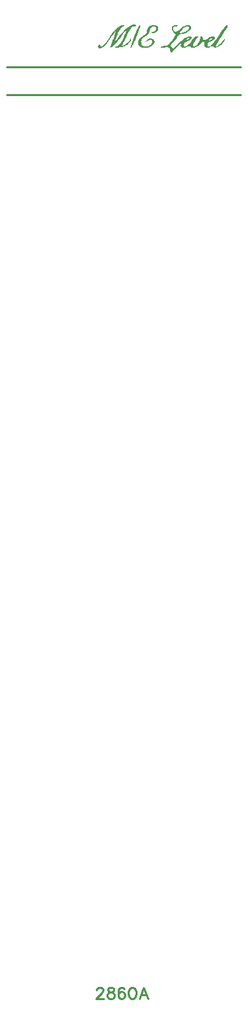
<source format=gto>
G04 Layer: TopSilkscreenLayer*
G04 EasyEDA v6.5.29, 2023-07-16 15:11:24*
G04 63e7fe2a966c4c1a99b2cd883c34ad4b,5a6b42c53f6a479593ecc07194224c93,10*
G04 Gerber Generator version 0.2*
G04 Scale: 100 percent, Rotated: No, Reflected: No *
G04 Dimensions in millimeters *
G04 leading zeros omitted , absolute positions ,4 integer and 5 decimal *
%FSLAX45Y45*%
%MOMM*%

%ADD10C,0.2540*%

%LPD*%
G36*
X1632915Y12718745D02*
G01*
X1627530Y12718542D01*
X1621586Y12717830D01*
X1615084Y12716611D01*
X1607921Y12714884D01*
X1595780Y12711277D01*
X1587042Y12708026D01*
X1578305Y12704114D01*
X1569618Y12699593D01*
X1560830Y12694412D01*
X1552041Y12688519D01*
X1543100Y12681915D01*
X1534058Y12674600D01*
X1524914Y12666472D01*
X1515516Y12657582D01*
X1505966Y12647879D01*
X1496161Y12637312D01*
X1486103Y12625882D01*
X1475740Y12613589D01*
X1465072Y12600330D01*
X1419402Y12540335D01*
X1403299Y12519660D01*
X1397406Y12512598D01*
X1392834Y12507671D01*
X1389583Y12504877D01*
X1388414Y12504216D01*
X1387551Y12504115D01*
X1386992Y12504572D01*
X1386687Y12505486D01*
X1386890Y12508890D01*
X1388160Y12514326D01*
X1393393Y12531140D01*
X1408023Y12572644D01*
X1414780Y12590475D01*
X1421485Y12606883D01*
X1428242Y12621818D01*
X1434947Y12635331D01*
X1441704Y12647472D01*
X1448511Y12658344D01*
X1455369Y12667843D01*
X1458823Y12672161D01*
X1465834Y12679781D01*
X1469390Y12683185D01*
X1476654Y12689027D01*
X1484020Y12693751D01*
X1492961Y12698323D01*
X1496872Y12700762D01*
X1499717Y12702946D01*
X1501394Y12704927D01*
X1502105Y12706654D01*
X1501800Y12708128D01*
X1500632Y12709296D01*
X1498549Y12710160D01*
X1495704Y12710718D01*
X1492097Y12710922D01*
X1487779Y12710769D01*
X1482852Y12710261D01*
X1477365Y12709398D01*
X1471320Y12708128D01*
X1464818Y12706400D01*
X1454505Y12703098D01*
X1447546Y12700203D01*
X1440535Y12696748D01*
X1433474Y12692634D01*
X1426311Y12687909D01*
X1418996Y12682524D01*
X1411528Y12676479D01*
X1403959Y12669774D01*
X1396187Y12662306D01*
X1388262Y12654178D01*
X1380083Y12645288D01*
X1371752Y12635636D01*
X1363167Y12625273D01*
X1345234Y12602108D01*
X1335887Y12589306D01*
X1316228Y12561163D01*
X1297940Y12534392D01*
X1280160Y12509449D01*
X1263243Y12486944D01*
X1248511Y12468504D01*
X1242364Y12461341D01*
X1237284Y12455804D01*
X1211224Y12431420D01*
X1202537Y12447016D01*
X1199438Y12451791D01*
X1195933Y12455652D01*
X1192276Y12458598D01*
X1188466Y12460681D01*
X1184656Y12461849D01*
X1180947Y12462103D01*
X1177544Y12461494D01*
X1174445Y12459970D01*
X1171854Y12457633D01*
X1169873Y12454382D01*
X1168552Y12450267D01*
X1168095Y12445339D01*
X1168552Y12437364D01*
X1169111Y12433808D01*
X1170889Y12427712D01*
X1172057Y12425070D01*
X1173429Y12422784D01*
X1175004Y12420752D01*
X1176731Y12419025D01*
X1178661Y12417602D01*
X1183030Y12415570D01*
X1188008Y12414656D01*
X1193596Y12414808D01*
X1199692Y12416028D01*
X1202944Y12416993D01*
X1209802Y12419736D01*
X1217015Y12423444D01*
X1224635Y12428067D01*
X1232560Y12433604D01*
X1240739Y12440005D01*
X1249172Y12447270D01*
X1257757Y12455398D01*
X1266444Y12464288D01*
X1275232Y12473940D01*
X1284020Y12484303D01*
X1292809Y12495428D01*
X1301546Y12507214D01*
X1310132Y12519609D01*
X1318514Y12532614D01*
X1333601Y12556896D01*
X1349756Y12580924D01*
X1357884Y12592456D01*
X1365758Y12603175D01*
X1373124Y12612776D01*
X1379778Y12620904D01*
X1388008Y12630150D01*
X1396390Y12638989D01*
X1401267Y12643612D01*
X1402283Y12644170D01*
X1402181Y12643459D01*
X1399844Y12639598D01*
X1397152Y12633960D01*
X1393647Y12625781D01*
X1385112Y12603327D01*
X1375257Y12575133D01*
X1365148Y12544094D01*
X1354683Y12512954D01*
X1344574Y12484608D01*
X1336040Y12462510D01*
X1332687Y12454788D01*
X1326235Y12441123D01*
X1323898Y12435230D01*
X1322425Y12430455D01*
X1321714Y12426696D01*
X1321816Y12424003D01*
X1322679Y12422225D01*
X1324254Y12421463D01*
X1326489Y12421666D01*
X1329436Y12422784D01*
X1333042Y12424816D01*
X1337259Y12427712D01*
X1342034Y12431420D01*
X1353362Y12441428D01*
X1366774Y12454534D01*
X1382064Y12470587D01*
X1399032Y12489434D01*
X1417472Y12510871D01*
X1437182Y12534696D01*
X1457909Y12560706D01*
X1498447Y12613233D01*
X1519224Y12638989D01*
X1524152Y12644526D01*
X1528114Y12648590D01*
X1531061Y12651181D01*
X1532178Y12651892D01*
X1533093Y12652197D01*
X1533753Y12652146D01*
X1534160Y12651689D01*
X1534363Y12650876D01*
X1534058Y12648082D01*
X1532839Y12643764D01*
X1527708Y12630404D01*
X1519123Y12610846D01*
X1507185Y12584988D01*
X1490980Y12551105D01*
X1482242Y12533934D01*
X1473809Y12518136D01*
X1465630Y12503759D01*
X1457706Y12490805D01*
X1450035Y12479172D01*
X1442618Y12468961D01*
X1435455Y12460122D01*
X1428496Y12452654D01*
X1421841Y12446558D01*
X1415389Y12441834D01*
X1409192Y12438481D01*
X1406144Y12437313D01*
X1403197Y12436449D01*
X1400302Y12435941D01*
X1391208Y12435128D01*
X1386078Y12433300D01*
X1382623Y12430556D01*
X1381353Y12427254D01*
X1381810Y12425730D01*
X1383131Y12424410D01*
X1385265Y12423394D01*
X1388160Y12422581D01*
X1391716Y12422073D01*
X1395933Y12421768D01*
X1406042Y12421870D01*
X1417980Y12422784D01*
X1431290Y12424460D01*
X1445463Y12426848D01*
X1460042Y12429845D01*
X1474520Y12433401D01*
X1488541Y12437465D01*
X1501495Y12441936D01*
X1512976Y12446762D01*
X1517904Y12449251D01*
X1522933Y12452197D01*
X1533093Y12459208D01*
X1543304Y12467386D01*
X1553260Y12476480D01*
X1562658Y12486132D01*
X1571193Y12495987D01*
X1578711Y12505690D01*
X1581962Y12510414D01*
X1587296Y12519355D01*
X1589278Y12523470D01*
X1590852Y12527330D01*
X1591868Y12530886D01*
X1592376Y12534036D01*
X1592275Y12536830D01*
X1591564Y12539167D01*
X1590192Y12540996D01*
X1587195Y12542621D01*
X1584096Y12542215D01*
X1581302Y12539980D01*
X1579168Y12536017D01*
X1577340Y12531699D01*
X1574850Y12526975D01*
X1571650Y12521895D01*
X1567942Y12516561D01*
X1559052Y12505232D01*
X1548739Y12493752D01*
X1537614Y12482626D01*
X1531924Y12477394D01*
X1520647Y12468047D01*
X1515211Y12464034D01*
X1510030Y12460630D01*
X1505102Y12457836D01*
X1496364Y12453467D01*
X1488643Y12450013D01*
X1482039Y12447524D01*
X1476552Y12445898D01*
X1472184Y12445238D01*
X1469034Y12445390D01*
X1467104Y12446508D01*
X1466392Y12448438D01*
X1467002Y12451232D01*
X1468983Y12454940D01*
X1472234Y12459462D01*
X1479042Y12467285D01*
X1484122Y12474346D01*
X1490218Y12483947D01*
X1497126Y12495682D01*
X1504543Y12509144D01*
X1512316Y12523927D01*
X1520190Y12539624D01*
X1527962Y12555778D01*
X1546656Y12595961D01*
X1555496Y12614300D01*
X1563624Y12630251D01*
X1571142Y12644120D01*
X1578102Y12655956D01*
X1584655Y12665913D01*
X1590903Y12674142D01*
X1596948Y12680746D01*
X1599946Y12683540D01*
X1605940Y12688011D01*
X1608886Y12689789D01*
X1614982Y12692481D01*
X1618132Y12693446D01*
X1621332Y12694158D01*
X1627987Y12694920D01*
X1631442Y12694970D01*
X1642770Y12695732D01*
X1650441Y12697866D01*
X1654403Y12701371D01*
X1654556Y12706146D01*
X1653082Y12709499D01*
X1651101Y12712293D01*
X1648612Y12714579D01*
X1645513Y12716357D01*
X1641856Y12717678D01*
X1637690Y12718440D01*
G37*
G36*
X1705660Y12717119D02*
G01*
X1704543Y12716865D01*
X1703273Y12716205D01*
X1700377Y12713716D01*
X1697024Y12709753D01*
X1693214Y12704216D01*
X1688998Y12697256D01*
X1684375Y12688824D01*
X1679346Y12679019D01*
X1668119Y12655245D01*
X1655622Y12626238D01*
X1641856Y12592151D01*
X1578305Y12425883D01*
X1578203Y12422784D01*
X1580134Y12420244D01*
X1583740Y12418517D01*
X1588719Y12417907D01*
X1589532Y12418212D01*
X1591716Y12420396D01*
X1594662Y12424664D01*
X1598320Y12430760D01*
X1607362Y12447981D01*
X1618335Y12470739D01*
X1630680Y12497612D01*
X1643786Y12527381D01*
X1657146Y12558623D01*
X1670100Y12589967D01*
X1682191Y12620193D01*
X1692757Y12647879D01*
X1701292Y12671755D01*
X1704644Y12681813D01*
X1707235Y12690398D01*
X1709013Y12697358D01*
X1709928Y12702540D01*
X1710080Y12704419D01*
X1709775Y12710058D01*
X1708962Y12714071D01*
X1707591Y12716408D01*
X1706676Y12716967D01*
G37*
G36*
X1877364Y12713563D02*
G01*
X1867560Y12712700D01*
X1857654Y12710718D01*
X1852726Y12709296D01*
X1847850Y12707569D01*
X1843024Y12705537D01*
X1838248Y12703200D01*
X1833524Y12700558D01*
X1828952Y12697561D01*
X1824482Y12694310D01*
X1820164Y12690703D01*
X1815998Y12686741D01*
X1810207Y12680492D01*
X1805025Y12674041D01*
X1800606Y12667437D01*
X1796846Y12660833D01*
X1793900Y12654280D01*
X1791716Y12647777D01*
X1790395Y12641427D01*
X1789887Y12635331D01*
X1789531Y12624155D01*
X1789023Y12619278D01*
X1788210Y12614808D01*
X1787093Y12610744D01*
X1785569Y12606883D01*
X1783537Y12603226D01*
X1781048Y12599720D01*
X1778000Y12596266D01*
X1774291Y12592761D01*
X1769872Y12589205D01*
X1764741Y12585446D01*
X1758848Y12581483D01*
X1729739Y12563906D01*
X1724050Y12560147D01*
X1718665Y12556236D01*
X1713636Y12552273D01*
X1708962Y12548209D01*
X1704593Y12544044D01*
X1700530Y12539776D01*
X1693468Y12531090D01*
X1690420Y12526670D01*
X1687728Y12522149D01*
X1685391Y12517678D01*
X1683359Y12513106D01*
X1681683Y12508534D01*
X1680311Y12503962D01*
X1679346Y12499390D01*
X1678686Y12494818D01*
X1678381Y12490246D01*
X1678432Y12485674D01*
X1678838Y12481153D01*
X1679600Y12476683D01*
X1680718Y12472263D01*
X1682140Y12467844D01*
X1683969Y12463526D01*
X1686153Y12459309D01*
X1688693Y12455093D01*
X1691589Y12451029D01*
X1694840Y12447066D01*
X1698447Y12443155D01*
X1702409Y12439396D01*
X1706778Y12435738D01*
X1711502Y12432233D01*
X1715617Y12429540D01*
X1719935Y12427153D01*
X1729130Y12423292D01*
X1733956Y12421819D01*
X1738934Y12420600D01*
X1744065Y12419634D01*
X1754581Y12418517D01*
X1760016Y12418314D01*
X1770989Y12418669D01*
X1782165Y12419888D01*
X1793392Y12421971D01*
X1804517Y12424816D01*
X1815490Y12428372D01*
X1826158Y12432639D01*
X1836369Y12437465D01*
X1846072Y12442799D01*
X1855114Y12448692D01*
X1859381Y12451740D01*
X1867204Y12458242D01*
X1870811Y12461595D01*
X1877161Y12468555D01*
X1879955Y12472111D01*
X1882444Y12475718D01*
X1884629Y12479375D01*
X1886508Y12483084D01*
X1888032Y12486843D01*
X1889201Y12490602D01*
X1890014Y12494361D01*
X1890471Y12498120D01*
X1890471Y12501930D01*
X1890115Y12505690D01*
X1889302Y12509449D01*
X1888032Y12513208D01*
X1886356Y12516916D01*
X1884222Y12520625D01*
X1880768Y12525146D01*
X1876806Y12529108D01*
X1872335Y12532461D01*
X1867458Y12535306D01*
X1862226Y12537592D01*
X1856689Y12539268D01*
X1850847Y12540437D01*
X1844802Y12540996D01*
X1838655Y12540996D01*
X1832356Y12540386D01*
X1826056Y12539218D01*
X1819757Y12537440D01*
X1813509Y12535103D01*
X1807362Y12532207D01*
X1801469Y12528702D01*
X1795780Y12524587D01*
X1788769Y12518847D01*
X1783283Y12513818D01*
X1779270Y12509652D01*
X1776730Y12506248D01*
X1775561Y12503759D01*
X1775815Y12502134D01*
X1777441Y12501422D01*
X1780387Y12501676D01*
X1784705Y12502946D01*
X1790242Y12505232D01*
X1797050Y12508585D01*
X1810766Y12516053D01*
X1816201Y12518593D01*
X1821332Y12520523D01*
X1826260Y12521996D01*
X1830832Y12522962D01*
X1835150Y12523470D01*
X1839163Y12523520D01*
X1842871Y12523114D01*
X1846275Y12522352D01*
X1849323Y12521184D01*
X1852015Y12519660D01*
X1854352Y12517780D01*
X1856333Y12515596D01*
X1857908Y12513106D01*
X1859127Y12510312D01*
X1859889Y12507315D01*
X1860296Y12504064D01*
X1860245Y12500610D01*
X1859737Y12496952D01*
X1858822Y12493091D01*
X1857400Y12489129D01*
X1855520Y12485014D01*
X1853184Y12480798D01*
X1850339Y12476530D01*
X1846986Y12472162D01*
X1843125Y12467793D01*
X1838706Y12463322D01*
X1833778Y12458954D01*
X1828901Y12454991D01*
X1823974Y12451486D01*
X1818995Y12448286D01*
X1813966Y12445492D01*
X1808988Y12443104D01*
X1803958Y12441021D01*
X1798980Y12439294D01*
X1794002Y12437922D01*
X1789074Y12436906D01*
X1784197Y12436246D01*
X1779422Y12435890D01*
X1774698Y12435890D01*
X1770075Y12436195D01*
X1765604Y12436856D01*
X1761185Y12437821D01*
X1756968Y12439091D01*
X1752854Y12440666D01*
X1748942Y12442545D01*
X1745183Y12444730D01*
X1741627Y12447168D01*
X1738274Y12449962D01*
X1735175Y12453010D01*
X1732280Y12456363D01*
X1729638Y12459970D01*
X1727250Y12463830D01*
X1725117Y12467996D01*
X1723288Y12472416D01*
X1721764Y12477038D01*
X1720545Y12481966D01*
X1719681Y12487148D01*
X1719122Y12492583D01*
X1719072Y12503505D01*
X1719325Y12508484D01*
X1719834Y12513157D01*
X1721662Y12521844D01*
X1723034Y12525908D01*
X1724710Y12529820D01*
X1726793Y12533579D01*
X1729181Y12537236D01*
X1732025Y12540894D01*
X1735328Y12544450D01*
X1739087Y12548057D01*
X1743303Y12551664D01*
X1753311Y12559080D01*
X1765655Y12567056D01*
X1780438Y12575743D01*
X1788820Y12580416D01*
X1794967Y12584226D01*
X1800606Y12588443D01*
X1805686Y12593116D01*
X1810156Y12598146D01*
X1814017Y12603480D01*
X1817166Y12609068D01*
X1819605Y12614808D01*
X1821180Y12620650D01*
X1825243Y12637871D01*
X1827530Y12645491D01*
X1829917Y12652502D01*
X1832559Y12658852D01*
X1835353Y12664643D01*
X1838350Y12669824D01*
X1841601Y12674447D01*
X1845056Y12678562D01*
X1848764Y12682118D01*
X1852726Y12685166D01*
X1856993Y12687706D01*
X1861515Y12689789D01*
X1866341Y12691414D01*
X1871522Y12692583D01*
X1877009Y12693345D01*
X1882851Y12693599D01*
X1888134Y12693243D01*
X1892909Y12692380D01*
X1897125Y12690957D01*
X1900834Y12689078D01*
X1904034Y12686741D01*
X1906676Y12684048D01*
X1908860Y12681051D01*
X1910486Y12677749D01*
X1911604Y12674193D01*
X1912213Y12670485D01*
X1912264Y12666675D01*
X1911857Y12662712D01*
X1910943Y12658750D01*
X1909521Y12654737D01*
X1907539Y12650825D01*
X1905101Y12647015D01*
X1902206Y12643358D01*
X1898751Y12639852D01*
X1894839Y12636652D01*
X1890369Y12633706D01*
X1885492Y12631115D01*
X1880057Y12628880D01*
X1866747Y12624612D01*
X1860600Y12621463D01*
X1855927Y12617907D01*
X1852930Y12614351D01*
X1851761Y12610998D01*
X1852675Y12608204D01*
X1855825Y12606324D01*
X1861413Y12605613D01*
X1866747Y12605918D01*
X1872437Y12606832D01*
X1878279Y12608306D01*
X1884222Y12610287D01*
X1890268Y12612674D01*
X1896211Y12615468D01*
X1902104Y12618618D01*
X1907793Y12622072D01*
X1913229Y12625781D01*
X1918309Y12629692D01*
X1922983Y12633756D01*
X1927148Y12637922D01*
X1930755Y12642138D01*
X1933702Y12646304D01*
X1935937Y12650470D01*
X1937359Y12654534D01*
X1938324Y12659309D01*
X1938883Y12663932D01*
X1938985Y12668402D01*
X1938629Y12672669D01*
X1937918Y12676733D01*
X1936851Y12680645D01*
X1935378Y12684353D01*
X1933549Y12687858D01*
X1931416Y12691160D01*
X1928977Y12694259D01*
X1926285Y12697155D01*
X1923237Y12699796D01*
X1919986Y12702235D01*
X1916531Y12704470D01*
X1908860Y12708229D01*
X1904796Y12709753D01*
X1900529Y12711023D01*
X1896110Y12712039D01*
X1886915Y12713360D01*
G37*
G36*
X2169668Y12712750D02*
G01*
X2162606Y12712496D01*
X2155190Y12711633D01*
X2147773Y12710160D01*
X2140610Y12708128D01*
X2134057Y12705537D01*
X2128367Y12702438D01*
X2123846Y12698831D01*
X2120188Y12694767D01*
X2117090Y12690652D01*
X2114651Y12686385D01*
X2112772Y12682067D01*
X2111451Y12677597D01*
X2110790Y12673076D01*
X2110689Y12668402D01*
X2111197Y12663678D01*
X2112264Y12658801D01*
X2113940Y12653873D01*
X2116226Y12648793D01*
X2119122Y12643662D01*
X2122576Y12638430D01*
X2126640Y12633096D01*
X2131263Y12627660D01*
X2146730Y12611862D01*
X2214473Y12611862D01*
X2224278Y12630404D01*
X2227326Y12635636D01*
X2230729Y12640767D01*
X2234488Y12645745D01*
X2238552Y12650622D01*
X2247493Y12659766D01*
X2252218Y12664033D01*
X2262225Y12671907D01*
X2272538Y12678765D01*
X2277719Y12681762D01*
X2288032Y12686842D01*
X2293010Y12688925D01*
X2302611Y12691973D01*
X2307082Y12692888D01*
X2311298Y12693446D01*
X2315260Y12693599D01*
X2318867Y12693294D01*
X2322118Y12692532D01*
X2324963Y12691364D01*
X2327402Y12689636D01*
X2329383Y12687452D01*
X2330805Y12684760D01*
X2331669Y12681508D01*
X2331974Y12677749D01*
X2331669Y12674295D01*
X2330704Y12670790D01*
X2329180Y12667132D01*
X2327046Y12663474D01*
X2324404Y12659766D01*
X2321306Y12656007D01*
X2317750Y12652298D01*
X2313736Y12648641D01*
X2309368Y12645034D01*
X2304694Y12641529D01*
X2299665Y12638125D01*
X2288895Y12631826D01*
X2283155Y12628930D01*
X2271268Y12623850D01*
X2265172Y12621717D01*
X2258974Y12619837D01*
X2252827Y12618313D01*
X2214473Y12611862D01*
X2146730Y12611862D01*
X2163165Y12595301D01*
X2118918Y12526721D01*
X2108403Y12510770D01*
X2099056Y12497257D01*
X2090623Y12485979D01*
X2082850Y12476683D01*
X2079091Y12472670D01*
X2075383Y12469114D01*
X2067966Y12463018D01*
X2064207Y12460478D01*
X2060346Y12458242D01*
X2052218Y12454483D01*
X2043277Y12451588D01*
X2038400Y12450318D01*
X2027783Y12448184D01*
X2007107Y12444831D01*
X1999030Y12443053D01*
X1991563Y12441021D01*
X1984908Y12438735D01*
X1979218Y12436348D01*
X1974697Y12433909D01*
X1971548Y12431471D01*
X1969922Y12429083D01*
X1969465Y12425934D01*
X1970227Y12423343D01*
X1972157Y12421260D01*
X1975154Y12419685D01*
X1979117Y12418720D01*
X1983943Y12418212D01*
X1989582Y12418314D01*
X1995881Y12418974D01*
X2002789Y12420142D01*
X2010156Y12421920D01*
X2017979Y12424206D01*
X2032406Y12429134D01*
X2038654Y12430353D01*
X2044750Y12430810D01*
X2050694Y12430556D01*
X2056434Y12429642D01*
X2061870Y12428016D01*
X2067001Y12425781D01*
X2071827Y12422936D01*
X2076196Y12419482D01*
X2080158Y12415520D01*
X2083612Y12411049D01*
X2086559Y12406071D01*
X2088896Y12400635D01*
X2090674Y12394793D01*
X2091740Y12388545D01*
X2092096Y12381941D01*
X2092401Y12367209D01*
X2092706Y12364567D01*
X2093214Y12362434D01*
X2093874Y12360757D01*
X2094738Y12359538D01*
X2095855Y12358878D01*
X2097328Y12358776D01*
X2099056Y12359233D01*
X2101189Y12360249D01*
X2103678Y12361824D01*
X2109978Y12366904D01*
X2118207Y12374575D01*
X2141575Y12398349D01*
X2231694Y12492837D01*
X2227580Y12464542D01*
X2226919Y12458344D01*
X2226818Y12452654D01*
X2227275Y12447371D01*
X2228291Y12442596D01*
X2229815Y12438278D01*
X2231847Y12434468D01*
X2234438Y12431166D01*
X2237486Y12428321D01*
X2240991Y12425984D01*
X2245004Y12424156D01*
X2249474Y12422835D01*
X2254402Y12422022D01*
X2259787Y12421717D01*
X2265578Y12421920D01*
X2271776Y12422682D01*
X2278380Y12423952D01*
X2285390Y12425730D01*
X2292756Y12428067D01*
X2300528Y12430963D01*
X2316937Y12437872D01*
X2324608Y12440767D01*
X2331618Y12443104D01*
X2337714Y12444730D01*
X2342743Y12445695D01*
X2346502Y12445949D01*
X2348941Y12445390D01*
X2349754Y12444018D01*
X2350008Y12440208D01*
X2350770Y12436805D01*
X2351989Y12433757D01*
X2353614Y12431064D01*
X2355697Y12428728D01*
X2358186Y12426746D01*
X2361031Y12425070D01*
X2364232Y12423749D01*
X2367737Y12422784D01*
X2371547Y12422124D01*
X2375662Y12421768D01*
X2384552Y12422022D01*
X2394254Y12423495D01*
X2399334Y12424664D01*
X2409901Y12427813D01*
X2420772Y12432080D01*
X2431796Y12437364D01*
X2442718Y12443612D01*
X2448102Y12447066D01*
X2453386Y12450775D01*
X2463596Y12458852D01*
X2473147Y12467742D01*
X2477668Y12472517D01*
X2486609Y12482982D01*
X2491181Y12487808D01*
X2495600Y12492024D01*
X2499868Y12495580D01*
X2503932Y12498476D01*
X2507742Y12500711D01*
X2511348Y12502337D01*
X2514752Y12503302D01*
X2517851Y12503658D01*
X2520696Y12503404D01*
X2523236Y12502489D01*
X2525420Y12500914D01*
X2527350Y12498781D01*
X2528925Y12495987D01*
X2530094Y12492634D01*
X2530906Y12488621D01*
X2531364Y12484049D01*
X2531364Y12478867D01*
X2530957Y12473076D01*
X2530094Y12466675D01*
X2525217Y12436398D01*
X2547061Y12426391D01*
X2553258Y12423902D01*
X2559253Y12422174D01*
X2565196Y12421362D01*
X2571394Y12421412D01*
X2577998Y12422327D01*
X2585313Y12424206D01*
X2593492Y12426950D01*
X2636824Y12444984D01*
X2652572Y12430658D01*
X2655062Y12428728D01*
X2657856Y12427204D01*
X2660853Y12426086D01*
X2664155Y12425324D01*
X2667609Y12425019D01*
X2671318Y12425019D01*
X2675229Y12425426D01*
X2679293Y12426137D01*
X2683510Y12427204D01*
X2692349Y12430353D01*
X2696972Y12432334D01*
X2706420Y12437262D01*
X2716174Y12443256D01*
X2725978Y12450267D01*
X2735834Y12458192D01*
X2745486Y12466929D01*
X2754884Y12476429D01*
X2763875Y12486589D01*
X2772308Y12497358D01*
X2780131Y12508534D01*
X2787091Y12520168D01*
X2789428Y12524638D01*
X2790901Y12528296D01*
X2791612Y12531039D01*
X2791612Y12533020D01*
X2790901Y12534188D01*
X2789631Y12534595D01*
X2787751Y12534290D01*
X2785414Y12533274D01*
X2782570Y12531598D01*
X2775864Y12526365D01*
X2767990Y12518745D01*
X2759456Y12509042D01*
X2750972Y12498222D01*
X2746603Y12492990D01*
X2737104Y12482626D01*
X2727096Y12472720D01*
X2716834Y12463475D01*
X2706725Y12455245D01*
X2697226Y12448336D01*
X2688590Y12442952D01*
X2684780Y12440970D01*
X2681325Y12439446D01*
X2678277Y12438481D01*
X2675686Y12438126D01*
X2673604Y12438329D01*
X2672130Y12439243D01*
X2671927Y12439904D01*
X2672791Y12442952D01*
X2675128Y12448184D01*
X2678836Y12455398D01*
X2690063Y12475260D01*
X2705658Y12501067D01*
X2724861Y12531648D01*
X2746908Y12565634D01*
X2773019Y12605258D01*
X2794558Y12638786D01*
X2803144Y12652552D01*
X2816199Y12674854D01*
X2820822Y12683591D01*
X2824276Y12690805D01*
X2826613Y12696748D01*
X2827832Y12701422D01*
X2828086Y12704978D01*
X2827832Y12706400D01*
X2827375Y12707569D01*
X2825750Y12709245D01*
X2822702Y12710515D01*
X2819044Y12711633D01*
X2815590Y12711988D01*
X2813812Y12711836D01*
X2810154Y12710668D01*
X2806141Y12708229D01*
X2801569Y12704165D01*
X2796235Y12698323D01*
X2789885Y12690449D01*
X2782316Y12680238D01*
X2773324Y12667488D01*
X2750362Y12633401D01*
X2708148Y12569545D01*
X2697378Y12553848D01*
X2686913Y12539065D01*
X2676804Y12525248D01*
X2667050Y12512395D01*
X2657652Y12500559D01*
X2648610Y12489637D01*
X2639974Y12479782D01*
X2631694Y12470892D01*
X2623870Y12463068D01*
X2616403Y12456261D01*
X2609392Y12450470D01*
X2602839Y12445796D01*
X2596692Y12442139D01*
X2591054Y12439599D01*
X2585872Y12438126D01*
X2581148Y12437770D01*
X2578963Y12438024D01*
X2576931Y12438583D01*
X2573731Y12440412D01*
X2571191Y12443460D01*
X2569362Y12447473D01*
X2568194Y12452248D01*
X2567686Y12457531D01*
X2567787Y12463068D01*
X2568498Y12468707D01*
X2569819Y12474143D01*
X2571750Y12479274D01*
X2574188Y12483744D01*
X2577236Y12487402D01*
X2580741Y12489992D01*
X2635808Y12517374D01*
X2641396Y12520625D01*
X2646426Y12523978D01*
X2650896Y12527381D01*
X2654808Y12530785D01*
X2658160Y12534188D01*
X2660853Y12537592D01*
X2663037Y12540945D01*
X2664561Y12544196D01*
X2665526Y12547346D01*
X2665882Y12550394D01*
X2665628Y12553289D01*
X2664714Y12556032D01*
X2663240Y12558522D01*
X2661107Y12560858D01*
X2658364Y12562890D01*
X2654960Y12564668D01*
X2650947Y12566192D01*
X2646273Y12567361D01*
X2640939Y12568224D01*
X2636824Y12568428D01*
X2632456Y12568275D01*
X2627833Y12567615D01*
X2622956Y12566548D01*
X2617876Y12565075D01*
X2612542Y12563195D01*
X2607005Y12560858D01*
X2595270Y12554915D01*
X2582621Y12547295D01*
X2568041Y12537490D01*
X2560624Y12532817D01*
X2553716Y12528905D01*
X2547416Y12525705D01*
X2541574Y12523266D01*
X2536291Y12521539D01*
X2531516Y12520523D01*
X2527198Y12520269D01*
X2523337Y12520777D01*
X2519934Y12521946D01*
X2516987Y12523927D01*
X2514447Y12526568D01*
X2512314Y12530023D01*
X2510536Y12534138D01*
X2509164Y12539014D01*
X2507030Y12550241D01*
X2505405Y12555067D01*
X2503373Y12559233D01*
X2500934Y12562636D01*
X2498293Y12565329D01*
X2495448Y12567310D01*
X2492451Y12568529D01*
X2489454Y12568986D01*
X2486507Y12568732D01*
X2483713Y12567716D01*
X2481122Y12565989D01*
X2478836Y12563500D01*
X2476906Y12560249D01*
X2475382Y12556236D01*
X2474468Y12551460D01*
X2473858Y12540538D01*
X2473096Y12534950D01*
X2471928Y12529261D01*
X2470302Y12523419D01*
X2468270Y12517526D01*
X2465882Y12511633D01*
X2462854Y12505029D01*
X2576322Y12505029D01*
X2597861Y12528499D01*
X2605786Y12536728D01*
X2612898Y12543180D01*
X2619095Y12547854D01*
X2624328Y12550698D01*
X2628493Y12551664D01*
X2631541Y12550800D01*
X2633421Y12548006D01*
X2634081Y12543282D01*
X2633472Y12541250D01*
X2631795Y12538710D01*
X2629103Y12535865D01*
X2625598Y12532766D01*
X2621330Y12529515D01*
X2616403Y12526213D01*
X2611018Y12522962D01*
X2576322Y12505029D01*
X2462854Y12505029D01*
X2460193Y12499797D01*
X2453386Y12488265D01*
X2445715Y12477292D01*
X2441651Y12472060D01*
X2433218Y12462459D01*
X2428900Y12458090D01*
X2424531Y12454077D01*
X2420213Y12450470D01*
X2415895Y12447219D01*
X2411628Y12444476D01*
X2407513Y12442190D01*
X2403449Y12440412D01*
X2399588Y12439243D01*
X2395931Y12438634D01*
X2392426Y12438634D01*
X2389225Y12439345D01*
X2386279Y12440716D01*
X2383637Y12442799D01*
X2382469Y12444425D01*
X2381707Y12446457D01*
X2381351Y12448895D01*
X2381402Y12451740D01*
X2381808Y12455042D01*
X2383891Y12462764D01*
X2387600Y12472111D01*
X2392832Y12482931D01*
X2399639Y12495326D01*
X2407970Y12509093D01*
X2417775Y12524333D01*
X2429103Y12540945D01*
X2449677Y12569850D01*
X2428595Y12569545D01*
X2424785Y12569190D01*
X2420975Y12568326D01*
X2417165Y12566853D01*
X2413304Y12564821D01*
X2409291Y12562128D01*
X2405227Y12558725D01*
X2401011Y12554661D01*
X2396591Y12549886D01*
X2391918Y12544348D01*
X2387041Y12538049D01*
X2368194Y12511379D01*
X2359253Y12500102D01*
X2349804Y12489281D01*
X2340102Y12479070D01*
X2330246Y12469622D01*
X2320493Y12461087D01*
X2311044Y12453670D01*
X2302052Y12447473D01*
X2297836Y12444882D01*
X2293772Y12442698D01*
X2289911Y12440920D01*
X2286304Y12439548D01*
X2283002Y12438583D01*
X2279954Y12438075D01*
X2277211Y12438075D01*
X2274874Y12438583D01*
X2271623Y12440412D01*
X2269134Y12443460D01*
X2267305Y12447473D01*
X2266086Y12452248D01*
X2265578Y12457531D01*
X2265680Y12463068D01*
X2266442Y12468707D01*
X2267762Y12474143D01*
X2269642Y12479274D01*
X2272131Y12483744D01*
X2275128Y12487402D01*
X2278684Y12489992D01*
X2333752Y12517374D01*
X2339340Y12520625D01*
X2344420Y12523978D01*
X2348890Y12527381D01*
X2352802Y12530785D01*
X2356104Y12534239D01*
X2358847Y12537592D01*
X2360980Y12540945D01*
X2362555Y12544196D01*
X2363470Y12547396D01*
X2363825Y12550394D01*
X2363520Y12553289D01*
X2362606Y12556032D01*
X2361133Y12558572D01*
X2358948Y12560858D01*
X2356205Y12562941D01*
X2352751Y12564719D01*
X2348687Y12566192D01*
X2344013Y12567361D01*
X2338628Y12568224D01*
X2332482Y12568580D01*
X2326233Y12568224D01*
X2319680Y12567005D01*
X2312822Y12564872D01*
X2305354Y12561722D01*
X2297277Y12557506D01*
X2288387Y12552070D01*
X2278583Y12545364D01*
X2267661Y12537338D01*
X2255570Y12527788D01*
X2242108Y12516713D01*
X2228362Y12505029D01*
X2274265Y12505029D01*
X2295804Y12528499D01*
X2303729Y12536728D01*
X2310841Y12543180D01*
X2317038Y12547854D01*
X2322220Y12550698D01*
X2326386Y12551664D01*
X2329484Y12550800D01*
X2331364Y12548006D01*
X2331974Y12543282D01*
X2331415Y12541250D01*
X2329738Y12538710D01*
X2327046Y12535865D01*
X2323490Y12532766D01*
X2319223Y12529515D01*
X2314346Y12526213D01*
X2308910Y12522962D01*
X2303119Y12519812D01*
X2274265Y12505029D01*
X2228362Y12505029D01*
X2201672Y12481712D01*
X2128113Y12416129D01*
X2113940Y12430455D01*
X2107641Y12435992D01*
X2101088Y12440513D01*
X2094992Y12443612D01*
X2090166Y12444730D01*
X2089302Y12445136D01*
X2089251Y12446406D01*
X2089962Y12448438D01*
X2091385Y12451130D01*
X2096363Y12458496D01*
X2103780Y12467996D01*
X2113330Y12479223D01*
X2133803Y12501676D01*
X2143048Y12512141D01*
X2160676Y12533325D01*
X2168601Y12543383D01*
X2175510Y12552629D01*
X2181301Y12560808D01*
X2190394Y12575336D01*
X2195068Y12581686D01*
X2199741Y12586716D01*
X2204669Y12590627D01*
X2209901Y12593472D01*
X2215692Y12595402D01*
X2222144Y12596469D01*
X2235606Y12597130D01*
X2241854Y12597739D01*
X2248204Y12598704D01*
X2254656Y12599974D01*
X2261108Y12601600D01*
X2267610Y12603530D01*
X2280564Y12608204D01*
X2286965Y12610896D01*
X2299411Y12616942D01*
X2311247Y12623749D01*
X2322271Y12631064D01*
X2332177Y12638836D01*
X2340813Y12646914D01*
X2344572Y12650978D01*
X2347874Y12655042D01*
X2350770Y12659106D01*
X2353208Y12663170D01*
X2355088Y12667132D01*
X2356510Y12671044D01*
X2357323Y12674904D01*
X2357577Y12678613D01*
X2357221Y12682220D01*
X2356154Y12686436D01*
X2354834Y12690348D01*
X2353106Y12693954D01*
X2351125Y12697206D01*
X2348839Y12700152D01*
X2346299Y12702743D01*
X2343454Y12705029D01*
X2340356Y12707010D01*
X2337003Y12708686D01*
X2333396Y12710007D01*
X2329586Y12711023D01*
X2325522Y12711734D01*
X2321306Y12712141D01*
X2316886Y12712242D01*
X2312263Y12712039D01*
X2302510Y12710668D01*
X2297430Y12709550D01*
X2292197Y12708128D01*
X2281428Y12704318D01*
X2275840Y12702032D01*
X2264511Y12696494D01*
X2252878Y12689789D01*
X2241042Y12681915D01*
X2229205Y12672923D01*
X2203246Y12650673D01*
X2196693Y12645593D01*
X2190445Y12641122D01*
X2184501Y12637262D01*
X2178913Y12634061D01*
X2173579Y12631470D01*
X2168601Y12629540D01*
X2163927Y12628168D01*
X2159508Y12627508D01*
X2155444Y12627406D01*
X2151634Y12627965D01*
X2148078Y12629134D01*
X2144877Y12630962D01*
X2141931Y12633350D01*
X2139238Y12636398D01*
X2136851Y12640106D01*
X2134717Y12644374D01*
X2132888Y12649301D01*
X2131263Y12654838D01*
X2129790Y12661747D01*
X2129028Y12667945D01*
X2128926Y12673431D01*
X2129586Y12678206D01*
X2131009Y12682321D01*
X2133193Y12685826D01*
X2136190Y12688722D01*
X2140000Y12691059D01*
X2144623Y12692837D01*
X2150110Y12694056D01*
X2156460Y12694767D01*
X2163724Y12694970D01*
X2173833Y12695682D01*
X2182164Y12697612D01*
X2187803Y12700457D01*
X2189835Y12703911D01*
X2188819Y12707112D01*
X2186025Y12709601D01*
X2181707Y12711328D01*
X2176119Y12712395D01*
G37*
D10*
X1149858Y384047D02*
G01*
X1149858Y390905D01*
X1156715Y404368D01*
X1163574Y411226D01*
X1177036Y418084D01*
X1204468Y418084D01*
X1217929Y411226D01*
X1224788Y404368D01*
X1231645Y390905D01*
X1231645Y377189D01*
X1224788Y363473D01*
X1211072Y343154D01*
X1143000Y274828D01*
X1238504Y274828D01*
X1317497Y418084D02*
G01*
X1297177Y411226D01*
X1290320Y397510D01*
X1290320Y384047D01*
X1297177Y370331D01*
X1310640Y363473D01*
X1338072Y356615D01*
X1358391Y349757D01*
X1372108Y336295D01*
X1378965Y322579D01*
X1378965Y302260D01*
X1372108Y288544D01*
X1365250Y281686D01*
X1344929Y274828D01*
X1317497Y274828D01*
X1297177Y281686D01*
X1290320Y288544D01*
X1283461Y302260D01*
X1283461Y322579D01*
X1290320Y336295D01*
X1303781Y349757D01*
X1324356Y356615D01*
X1351534Y363473D01*
X1365250Y370331D01*
X1372108Y384047D01*
X1372108Y397510D01*
X1365250Y411226D01*
X1344929Y418084D01*
X1317497Y418084D01*
X1505711Y397510D02*
G01*
X1498854Y411226D01*
X1478534Y418084D01*
X1464818Y418084D01*
X1444243Y411226D01*
X1430781Y390905D01*
X1423924Y356615D01*
X1423924Y322579D01*
X1430781Y295402D01*
X1444243Y281686D01*
X1464818Y274828D01*
X1471675Y274828D01*
X1491995Y281686D01*
X1505711Y295402D01*
X1512570Y315721D01*
X1512570Y322579D01*
X1505711Y343154D01*
X1491995Y356615D01*
X1471675Y363473D01*
X1464818Y363473D01*
X1444243Y356615D01*
X1430781Y343154D01*
X1423924Y322579D01*
X1598422Y418084D02*
G01*
X1578102Y411226D01*
X1564386Y390905D01*
X1557527Y356615D01*
X1557527Y336295D01*
X1564386Y302260D01*
X1578102Y281686D01*
X1598422Y274828D01*
X1612138Y274828D01*
X1632458Y281686D01*
X1646174Y302260D01*
X1653031Y336295D01*
X1653031Y356615D01*
X1646174Y390905D01*
X1632458Y411226D01*
X1612138Y418084D01*
X1598422Y418084D01*
X1752600Y418084D02*
G01*
X1697990Y274828D01*
X1752600Y418084D02*
G01*
X1807209Y274828D01*
X1718563Y322579D02*
G01*
X1786636Y322579D01*
X0Y11823700D02*
G01*
X2997200Y11823700D01*
X0Y12179300D02*
G01*
X2997200Y12179300D01*
M02*

</source>
